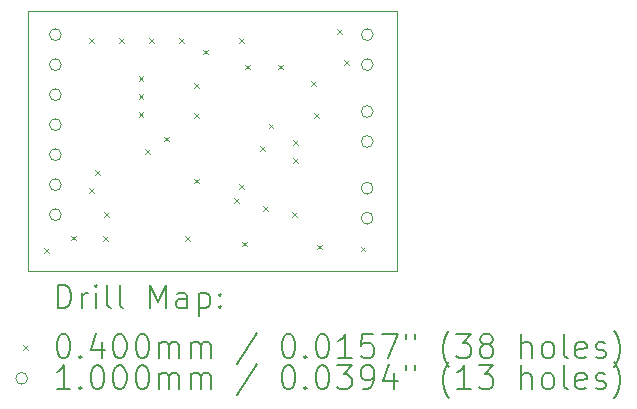
<source format=gbr>
%TF.GenerationSoftware,KiCad,Pcbnew,(6.0.7)*%
%TF.CreationDate,2023-01-30T20:46:30-05:00*%
%TF.ProjectId,SPItoCAN,53504974-6f43-4414-9e2e-6b696361645f,rev?*%
%TF.SameCoordinates,Original*%
%TF.FileFunction,Drillmap*%
%TF.FilePolarity,Positive*%
%FSLAX45Y45*%
G04 Gerber Fmt 4.5, Leading zero omitted, Abs format (unit mm)*
G04 Created by KiCad (PCBNEW (6.0.7)) date 2023-01-30 20:46:30*
%MOMM*%
%LPD*%
G01*
G04 APERTURE LIST*
%ADD10C,0.100000*%
%ADD11C,0.200000*%
%ADD12C,0.040000*%
G04 APERTURE END LIST*
D10*
X1270000Y-1300000D02*
X4394200Y-1300000D01*
X4394200Y-1300000D02*
X4394200Y-3505200D01*
X4394200Y-3505200D02*
X1270000Y-3505200D01*
X1270000Y-3505200D02*
X1270000Y-1300000D01*
D11*
D12*
X1402400Y-3309940D02*
X1442400Y-3349940D01*
X1442400Y-3309940D02*
X1402400Y-3349940D01*
X1631000Y-3205800D02*
X1671000Y-3245800D01*
X1671000Y-3205800D02*
X1631000Y-3245800D01*
X1783400Y-1531940D02*
X1823400Y-1571940D01*
X1823400Y-1531940D02*
X1783400Y-1571940D01*
X1783400Y-2801940D02*
X1823400Y-2841940D01*
X1823400Y-2801940D02*
X1783400Y-2841940D01*
X1835400Y-2647940D02*
X1875400Y-2687940D01*
X1875400Y-2647940D02*
X1835400Y-2687940D01*
X1905400Y-3207940D02*
X1945400Y-3247940D01*
X1945400Y-3207940D02*
X1905400Y-3247940D01*
X1910400Y-3007940D02*
X1950400Y-3047940D01*
X1950400Y-3007940D02*
X1910400Y-3047940D01*
X2037400Y-1531940D02*
X2077400Y-1571940D01*
X2077400Y-1531940D02*
X2037400Y-1571940D01*
X2205400Y-1857940D02*
X2245400Y-1897940D01*
X2245400Y-1857940D02*
X2205400Y-1897940D01*
X2205400Y-2007940D02*
X2245400Y-2047940D01*
X2245400Y-2007940D02*
X2205400Y-2047940D01*
X2205400Y-2157940D02*
X2245400Y-2197940D01*
X2245400Y-2157940D02*
X2205400Y-2197940D01*
X2257727Y-2473327D02*
X2297727Y-2513327D01*
X2297727Y-2473327D02*
X2257727Y-2513327D01*
X2291400Y-1531940D02*
X2331400Y-1571940D01*
X2331400Y-1531940D02*
X2291400Y-1571940D01*
X2418400Y-2367600D02*
X2458400Y-2407600D01*
X2458400Y-2367600D02*
X2418400Y-2407600D01*
X2545400Y-1531940D02*
X2585400Y-1571940D01*
X2585400Y-1531940D02*
X2545400Y-1571940D01*
X2596200Y-3208340D02*
X2636200Y-3248340D01*
X2636200Y-3208340D02*
X2596200Y-3248340D01*
X2672400Y-1912940D02*
X2712400Y-1952940D01*
X2712400Y-1912940D02*
X2672400Y-1952940D01*
X2672400Y-2166940D02*
X2712400Y-2206940D01*
X2712400Y-2166940D02*
X2672400Y-2206940D01*
X2672400Y-2723200D02*
X2712400Y-2763200D01*
X2712400Y-2723200D02*
X2672400Y-2763200D01*
X2748600Y-1631000D02*
X2788600Y-1671000D01*
X2788600Y-1631000D02*
X2748600Y-1671000D01*
X3015400Y-2887940D02*
X3055400Y-2927940D01*
X3055400Y-2887940D02*
X3015400Y-2927940D01*
X3053400Y-1531940D02*
X3093400Y-1571940D01*
X3093400Y-1531940D02*
X3053400Y-1571940D01*
X3055400Y-2767940D02*
X3095400Y-2807940D01*
X3095400Y-2767940D02*
X3055400Y-2807940D01*
X3078800Y-3256600D02*
X3118800Y-3296600D01*
X3118800Y-3256600D02*
X3078800Y-3296600D01*
X3104400Y-1756940D02*
X3144400Y-1796940D01*
X3144400Y-1756940D02*
X3104400Y-1796940D01*
X3235400Y-2447940D02*
X3275400Y-2487940D01*
X3275400Y-2447940D02*
X3235400Y-2487940D01*
X3257300Y-2955040D02*
X3297300Y-2995040D01*
X3297300Y-2955040D02*
X3257300Y-2995040D01*
X3305400Y-2257940D02*
X3345400Y-2297940D01*
X3345400Y-2257940D02*
X3305400Y-2297940D01*
X3383600Y-1758000D02*
X3423600Y-1798000D01*
X3423600Y-1758000D02*
X3383600Y-1798000D01*
X3505400Y-3007940D02*
X3545400Y-3047940D01*
X3545400Y-3007940D02*
X3505400Y-3047940D01*
X3510600Y-2395540D02*
X3550600Y-2435540D01*
X3550600Y-2395540D02*
X3510600Y-2435540D01*
X3510600Y-2547940D02*
X3550600Y-2587940D01*
X3550600Y-2547940D02*
X3510600Y-2587940D01*
X3665400Y-1897940D02*
X3705400Y-1937940D01*
X3705400Y-1897940D02*
X3665400Y-1937940D01*
X3688400Y-2166940D02*
X3728400Y-2206940D01*
X3728400Y-2166940D02*
X3688400Y-2206940D01*
X3713800Y-3282000D02*
X3753800Y-3322000D01*
X3753800Y-3282000D02*
X3713800Y-3322000D01*
X3885400Y-1457940D02*
X3925400Y-1497940D01*
X3925400Y-1457940D02*
X3885400Y-1497940D01*
X3942400Y-1717940D02*
X3982400Y-1757940D01*
X3982400Y-1717940D02*
X3942400Y-1757940D01*
X4085400Y-3297940D02*
X4125400Y-3337940D01*
X4125400Y-3297940D02*
X4085400Y-3337940D01*
D10*
X1550400Y-1503940D02*
G75*
G03*
X1550400Y-1503940I-50000J0D01*
G01*
X1550400Y-1757940D02*
G75*
G03*
X1550400Y-1757940I-50000J0D01*
G01*
X1550400Y-2011940D02*
G75*
G03*
X1550400Y-2011940I-50000J0D01*
G01*
X1550400Y-2265940D02*
G75*
G03*
X1550400Y-2265940I-50000J0D01*
G01*
X1550400Y-2519940D02*
G75*
G03*
X1550400Y-2519940I-50000J0D01*
G01*
X1550400Y-2773940D02*
G75*
G03*
X1550400Y-2773940I-50000J0D01*
G01*
X1550400Y-3027940D02*
G75*
G03*
X1550400Y-3027940I-50000J0D01*
G01*
X4190400Y-1503940D02*
G75*
G03*
X4190400Y-1503940I-50000J0D01*
G01*
X4190400Y-1757940D02*
G75*
G03*
X4190400Y-1757940I-50000J0D01*
G01*
X4190400Y-2153940D02*
G75*
G03*
X4190400Y-2153940I-50000J0D01*
G01*
X4190400Y-2407940D02*
G75*
G03*
X4190400Y-2407940I-50000J0D01*
G01*
X4190400Y-2803940D02*
G75*
G03*
X4190400Y-2803940I-50000J0D01*
G01*
X4190400Y-3057940D02*
G75*
G03*
X4190400Y-3057940I-50000J0D01*
G01*
D11*
X1522619Y-3820676D02*
X1522619Y-3620676D01*
X1570238Y-3620676D01*
X1598809Y-3630200D01*
X1617857Y-3649248D01*
X1627381Y-3668295D01*
X1636905Y-3706390D01*
X1636905Y-3734962D01*
X1627381Y-3773057D01*
X1617857Y-3792105D01*
X1598809Y-3811152D01*
X1570238Y-3820676D01*
X1522619Y-3820676D01*
X1722619Y-3820676D02*
X1722619Y-3687343D01*
X1722619Y-3725438D02*
X1732143Y-3706390D01*
X1741667Y-3696867D01*
X1760714Y-3687343D01*
X1779762Y-3687343D01*
X1846428Y-3820676D02*
X1846428Y-3687343D01*
X1846428Y-3620676D02*
X1836905Y-3630200D01*
X1846428Y-3639724D01*
X1855952Y-3630200D01*
X1846428Y-3620676D01*
X1846428Y-3639724D01*
X1970238Y-3820676D02*
X1951190Y-3811152D01*
X1941667Y-3792105D01*
X1941667Y-3620676D01*
X2075000Y-3820676D02*
X2055952Y-3811152D01*
X2046428Y-3792105D01*
X2046428Y-3620676D01*
X2303571Y-3820676D02*
X2303571Y-3620676D01*
X2370238Y-3763533D01*
X2436905Y-3620676D01*
X2436905Y-3820676D01*
X2617857Y-3820676D02*
X2617857Y-3715914D01*
X2608333Y-3696867D01*
X2589286Y-3687343D01*
X2551190Y-3687343D01*
X2532143Y-3696867D01*
X2617857Y-3811152D02*
X2598810Y-3820676D01*
X2551190Y-3820676D01*
X2532143Y-3811152D01*
X2522619Y-3792105D01*
X2522619Y-3773057D01*
X2532143Y-3754009D01*
X2551190Y-3744486D01*
X2598810Y-3744486D01*
X2617857Y-3734962D01*
X2713095Y-3687343D02*
X2713095Y-3887343D01*
X2713095Y-3696867D02*
X2732143Y-3687343D01*
X2770238Y-3687343D01*
X2789286Y-3696867D01*
X2798809Y-3706390D01*
X2808333Y-3725438D01*
X2808333Y-3782581D01*
X2798809Y-3801628D01*
X2789286Y-3811152D01*
X2770238Y-3820676D01*
X2732143Y-3820676D01*
X2713095Y-3811152D01*
X2894048Y-3801628D02*
X2903571Y-3811152D01*
X2894048Y-3820676D01*
X2884524Y-3811152D01*
X2894048Y-3801628D01*
X2894048Y-3820676D01*
X2894048Y-3696867D02*
X2903571Y-3706390D01*
X2894048Y-3715914D01*
X2884524Y-3706390D01*
X2894048Y-3696867D01*
X2894048Y-3715914D01*
D12*
X1225000Y-4130200D02*
X1265000Y-4170200D01*
X1265000Y-4130200D02*
X1225000Y-4170200D01*
D11*
X1560714Y-4040676D02*
X1579762Y-4040676D01*
X1598809Y-4050200D01*
X1608333Y-4059724D01*
X1617857Y-4078771D01*
X1627381Y-4116867D01*
X1627381Y-4164486D01*
X1617857Y-4202581D01*
X1608333Y-4221629D01*
X1598809Y-4231152D01*
X1579762Y-4240676D01*
X1560714Y-4240676D01*
X1541667Y-4231152D01*
X1532143Y-4221629D01*
X1522619Y-4202581D01*
X1513095Y-4164486D01*
X1513095Y-4116867D01*
X1522619Y-4078771D01*
X1532143Y-4059724D01*
X1541667Y-4050200D01*
X1560714Y-4040676D01*
X1713095Y-4221629D02*
X1722619Y-4231152D01*
X1713095Y-4240676D01*
X1703571Y-4231152D01*
X1713095Y-4221629D01*
X1713095Y-4240676D01*
X1894048Y-4107343D02*
X1894048Y-4240676D01*
X1846428Y-4031152D02*
X1798809Y-4174009D01*
X1922619Y-4174009D01*
X2036905Y-4040676D02*
X2055952Y-4040676D01*
X2075000Y-4050200D01*
X2084524Y-4059724D01*
X2094048Y-4078771D01*
X2103571Y-4116867D01*
X2103571Y-4164486D01*
X2094048Y-4202581D01*
X2084524Y-4221629D01*
X2075000Y-4231152D01*
X2055952Y-4240676D01*
X2036905Y-4240676D01*
X2017857Y-4231152D01*
X2008333Y-4221629D01*
X1998809Y-4202581D01*
X1989286Y-4164486D01*
X1989286Y-4116867D01*
X1998809Y-4078771D01*
X2008333Y-4059724D01*
X2017857Y-4050200D01*
X2036905Y-4040676D01*
X2227381Y-4040676D02*
X2246429Y-4040676D01*
X2265476Y-4050200D01*
X2275000Y-4059724D01*
X2284524Y-4078771D01*
X2294048Y-4116867D01*
X2294048Y-4164486D01*
X2284524Y-4202581D01*
X2275000Y-4221629D01*
X2265476Y-4231152D01*
X2246429Y-4240676D01*
X2227381Y-4240676D01*
X2208333Y-4231152D01*
X2198810Y-4221629D01*
X2189286Y-4202581D01*
X2179762Y-4164486D01*
X2179762Y-4116867D01*
X2189286Y-4078771D01*
X2198810Y-4059724D01*
X2208333Y-4050200D01*
X2227381Y-4040676D01*
X2379762Y-4240676D02*
X2379762Y-4107343D01*
X2379762Y-4126390D02*
X2389286Y-4116867D01*
X2408333Y-4107343D01*
X2436905Y-4107343D01*
X2455952Y-4116867D01*
X2465476Y-4135914D01*
X2465476Y-4240676D01*
X2465476Y-4135914D02*
X2475000Y-4116867D01*
X2494048Y-4107343D01*
X2522619Y-4107343D01*
X2541667Y-4116867D01*
X2551190Y-4135914D01*
X2551190Y-4240676D01*
X2646429Y-4240676D02*
X2646429Y-4107343D01*
X2646429Y-4126390D02*
X2655952Y-4116867D01*
X2675000Y-4107343D01*
X2703571Y-4107343D01*
X2722619Y-4116867D01*
X2732143Y-4135914D01*
X2732143Y-4240676D01*
X2732143Y-4135914D02*
X2741667Y-4116867D01*
X2760714Y-4107343D01*
X2789286Y-4107343D01*
X2808333Y-4116867D01*
X2817857Y-4135914D01*
X2817857Y-4240676D01*
X3208333Y-4031152D02*
X3036905Y-4288295D01*
X3465476Y-4040676D02*
X3484524Y-4040676D01*
X3503571Y-4050200D01*
X3513095Y-4059724D01*
X3522619Y-4078771D01*
X3532143Y-4116867D01*
X3532143Y-4164486D01*
X3522619Y-4202581D01*
X3513095Y-4221629D01*
X3503571Y-4231152D01*
X3484524Y-4240676D01*
X3465476Y-4240676D01*
X3446428Y-4231152D01*
X3436905Y-4221629D01*
X3427381Y-4202581D01*
X3417857Y-4164486D01*
X3417857Y-4116867D01*
X3427381Y-4078771D01*
X3436905Y-4059724D01*
X3446428Y-4050200D01*
X3465476Y-4040676D01*
X3617857Y-4221629D02*
X3627381Y-4231152D01*
X3617857Y-4240676D01*
X3608333Y-4231152D01*
X3617857Y-4221629D01*
X3617857Y-4240676D01*
X3751190Y-4040676D02*
X3770238Y-4040676D01*
X3789286Y-4050200D01*
X3798809Y-4059724D01*
X3808333Y-4078771D01*
X3817857Y-4116867D01*
X3817857Y-4164486D01*
X3808333Y-4202581D01*
X3798809Y-4221629D01*
X3789286Y-4231152D01*
X3770238Y-4240676D01*
X3751190Y-4240676D01*
X3732143Y-4231152D01*
X3722619Y-4221629D01*
X3713095Y-4202581D01*
X3703571Y-4164486D01*
X3703571Y-4116867D01*
X3713095Y-4078771D01*
X3722619Y-4059724D01*
X3732143Y-4050200D01*
X3751190Y-4040676D01*
X4008333Y-4240676D02*
X3894048Y-4240676D01*
X3951190Y-4240676D02*
X3951190Y-4040676D01*
X3932143Y-4069248D01*
X3913095Y-4088295D01*
X3894048Y-4097819D01*
X4189286Y-4040676D02*
X4094048Y-4040676D01*
X4084524Y-4135914D01*
X4094048Y-4126390D01*
X4113095Y-4116867D01*
X4160714Y-4116867D01*
X4179762Y-4126390D01*
X4189286Y-4135914D01*
X4198810Y-4154962D01*
X4198810Y-4202581D01*
X4189286Y-4221629D01*
X4179762Y-4231152D01*
X4160714Y-4240676D01*
X4113095Y-4240676D01*
X4094048Y-4231152D01*
X4084524Y-4221629D01*
X4265476Y-4040676D02*
X4398810Y-4040676D01*
X4313095Y-4240676D01*
X4465476Y-4040676D02*
X4465476Y-4078771D01*
X4541667Y-4040676D02*
X4541667Y-4078771D01*
X4836905Y-4316867D02*
X4827381Y-4307343D01*
X4808333Y-4278771D01*
X4798810Y-4259724D01*
X4789286Y-4231152D01*
X4779762Y-4183533D01*
X4779762Y-4145438D01*
X4789286Y-4097819D01*
X4798810Y-4069248D01*
X4808333Y-4050200D01*
X4827381Y-4021628D01*
X4836905Y-4012105D01*
X4894048Y-4040676D02*
X5017857Y-4040676D01*
X4951190Y-4116867D01*
X4979762Y-4116867D01*
X4998810Y-4126390D01*
X5008333Y-4135914D01*
X5017857Y-4154962D01*
X5017857Y-4202581D01*
X5008333Y-4221629D01*
X4998810Y-4231152D01*
X4979762Y-4240676D01*
X4922619Y-4240676D01*
X4903571Y-4231152D01*
X4894048Y-4221629D01*
X5132143Y-4126390D02*
X5113095Y-4116867D01*
X5103571Y-4107343D01*
X5094048Y-4088295D01*
X5094048Y-4078771D01*
X5103571Y-4059724D01*
X5113095Y-4050200D01*
X5132143Y-4040676D01*
X5170238Y-4040676D01*
X5189286Y-4050200D01*
X5198810Y-4059724D01*
X5208333Y-4078771D01*
X5208333Y-4088295D01*
X5198810Y-4107343D01*
X5189286Y-4116867D01*
X5170238Y-4126390D01*
X5132143Y-4126390D01*
X5113095Y-4135914D01*
X5103571Y-4145438D01*
X5094048Y-4164486D01*
X5094048Y-4202581D01*
X5103571Y-4221629D01*
X5113095Y-4231152D01*
X5132143Y-4240676D01*
X5170238Y-4240676D01*
X5189286Y-4231152D01*
X5198810Y-4221629D01*
X5208333Y-4202581D01*
X5208333Y-4164486D01*
X5198810Y-4145438D01*
X5189286Y-4135914D01*
X5170238Y-4126390D01*
X5446429Y-4240676D02*
X5446429Y-4040676D01*
X5532143Y-4240676D02*
X5532143Y-4135914D01*
X5522619Y-4116867D01*
X5503571Y-4107343D01*
X5475000Y-4107343D01*
X5455952Y-4116867D01*
X5446429Y-4126390D01*
X5655952Y-4240676D02*
X5636905Y-4231152D01*
X5627381Y-4221629D01*
X5617857Y-4202581D01*
X5617857Y-4145438D01*
X5627381Y-4126390D01*
X5636905Y-4116867D01*
X5655952Y-4107343D01*
X5684524Y-4107343D01*
X5703571Y-4116867D01*
X5713095Y-4126390D01*
X5722619Y-4145438D01*
X5722619Y-4202581D01*
X5713095Y-4221629D01*
X5703571Y-4231152D01*
X5684524Y-4240676D01*
X5655952Y-4240676D01*
X5836905Y-4240676D02*
X5817857Y-4231152D01*
X5808333Y-4212105D01*
X5808333Y-4040676D01*
X5989286Y-4231152D02*
X5970238Y-4240676D01*
X5932143Y-4240676D01*
X5913095Y-4231152D01*
X5903571Y-4212105D01*
X5903571Y-4135914D01*
X5913095Y-4116867D01*
X5932143Y-4107343D01*
X5970238Y-4107343D01*
X5989286Y-4116867D01*
X5998809Y-4135914D01*
X5998809Y-4154962D01*
X5903571Y-4174009D01*
X6075000Y-4231152D02*
X6094048Y-4240676D01*
X6132143Y-4240676D01*
X6151190Y-4231152D01*
X6160714Y-4212105D01*
X6160714Y-4202581D01*
X6151190Y-4183533D01*
X6132143Y-4174009D01*
X6103571Y-4174009D01*
X6084524Y-4164486D01*
X6075000Y-4145438D01*
X6075000Y-4135914D01*
X6084524Y-4116867D01*
X6103571Y-4107343D01*
X6132143Y-4107343D01*
X6151190Y-4116867D01*
X6227381Y-4316867D02*
X6236905Y-4307343D01*
X6255952Y-4278771D01*
X6265476Y-4259724D01*
X6275000Y-4231152D01*
X6284524Y-4183533D01*
X6284524Y-4145438D01*
X6275000Y-4097819D01*
X6265476Y-4069248D01*
X6255952Y-4050200D01*
X6236905Y-4021628D01*
X6227381Y-4012105D01*
D10*
X1265000Y-4414200D02*
G75*
G03*
X1265000Y-4414200I-50000J0D01*
G01*
D11*
X1627381Y-4504676D02*
X1513095Y-4504676D01*
X1570238Y-4504676D02*
X1570238Y-4304676D01*
X1551190Y-4333248D01*
X1532143Y-4352295D01*
X1513095Y-4361819D01*
X1713095Y-4485629D02*
X1722619Y-4495152D01*
X1713095Y-4504676D01*
X1703571Y-4495152D01*
X1713095Y-4485629D01*
X1713095Y-4504676D01*
X1846428Y-4304676D02*
X1865476Y-4304676D01*
X1884524Y-4314200D01*
X1894048Y-4323724D01*
X1903571Y-4342771D01*
X1913095Y-4380867D01*
X1913095Y-4428486D01*
X1903571Y-4466581D01*
X1894048Y-4485629D01*
X1884524Y-4495152D01*
X1865476Y-4504676D01*
X1846428Y-4504676D01*
X1827381Y-4495152D01*
X1817857Y-4485629D01*
X1808333Y-4466581D01*
X1798809Y-4428486D01*
X1798809Y-4380867D01*
X1808333Y-4342771D01*
X1817857Y-4323724D01*
X1827381Y-4314200D01*
X1846428Y-4304676D01*
X2036905Y-4304676D02*
X2055952Y-4304676D01*
X2075000Y-4314200D01*
X2084524Y-4323724D01*
X2094048Y-4342771D01*
X2103571Y-4380867D01*
X2103571Y-4428486D01*
X2094048Y-4466581D01*
X2084524Y-4485629D01*
X2075000Y-4495152D01*
X2055952Y-4504676D01*
X2036905Y-4504676D01*
X2017857Y-4495152D01*
X2008333Y-4485629D01*
X1998809Y-4466581D01*
X1989286Y-4428486D01*
X1989286Y-4380867D01*
X1998809Y-4342771D01*
X2008333Y-4323724D01*
X2017857Y-4314200D01*
X2036905Y-4304676D01*
X2227381Y-4304676D02*
X2246429Y-4304676D01*
X2265476Y-4314200D01*
X2275000Y-4323724D01*
X2284524Y-4342771D01*
X2294048Y-4380867D01*
X2294048Y-4428486D01*
X2284524Y-4466581D01*
X2275000Y-4485629D01*
X2265476Y-4495152D01*
X2246429Y-4504676D01*
X2227381Y-4504676D01*
X2208333Y-4495152D01*
X2198810Y-4485629D01*
X2189286Y-4466581D01*
X2179762Y-4428486D01*
X2179762Y-4380867D01*
X2189286Y-4342771D01*
X2198810Y-4323724D01*
X2208333Y-4314200D01*
X2227381Y-4304676D01*
X2379762Y-4504676D02*
X2379762Y-4371343D01*
X2379762Y-4390390D02*
X2389286Y-4380867D01*
X2408333Y-4371343D01*
X2436905Y-4371343D01*
X2455952Y-4380867D01*
X2465476Y-4399914D01*
X2465476Y-4504676D01*
X2465476Y-4399914D02*
X2475000Y-4380867D01*
X2494048Y-4371343D01*
X2522619Y-4371343D01*
X2541667Y-4380867D01*
X2551190Y-4399914D01*
X2551190Y-4504676D01*
X2646429Y-4504676D02*
X2646429Y-4371343D01*
X2646429Y-4390390D02*
X2655952Y-4380867D01*
X2675000Y-4371343D01*
X2703571Y-4371343D01*
X2722619Y-4380867D01*
X2732143Y-4399914D01*
X2732143Y-4504676D01*
X2732143Y-4399914D02*
X2741667Y-4380867D01*
X2760714Y-4371343D01*
X2789286Y-4371343D01*
X2808333Y-4380867D01*
X2817857Y-4399914D01*
X2817857Y-4504676D01*
X3208333Y-4295152D02*
X3036905Y-4552295D01*
X3465476Y-4304676D02*
X3484524Y-4304676D01*
X3503571Y-4314200D01*
X3513095Y-4323724D01*
X3522619Y-4342771D01*
X3532143Y-4380867D01*
X3532143Y-4428486D01*
X3522619Y-4466581D01*
X3513095Y-4485629D01*
X3503571Y-4495152D01*
X3484524Y-4504676D01*
X3465476Y-4504676D01*
X3446428Y-4495152D01*
X3436905Y-4485629D01*
X3427381Y-4466581D01*
X3417857Y-4428486D01*
X3417857Y-4380867D01*
X3427381Y-4342771D01*
X3436905Y-4323724D01*
X3446428Y-4314200D01*
X3465476Y-4304676D01*
X3617857Y-4485629D02*
X3627381Y-4495152D01*
X3617857Y-4504676D01*
X3608333Y-4495152D01*
X3617857Y-4485629D01*
X3617857Y-4504676D01*
X3751190Y-4304676D02*
X3770238Y-4304676D01*
X3789286Y-4314200D01*
X3798809Y-4323724D01*
X3808333Y-4342771D01*
X3817857Y-4380867D01*
X3817857Y-4428486D01*
X3808333Y-4466581D01*
X3798809Y-4485629D01*
X3789286Y-4495152D01*
X3770238Y-4504676D01*
X3751190Y-4504676D01*
X3732143Y-4495152D01*
X3722619Y-4485629D01*
X3713095Y-4466581D01*
X3703571Y-4428486D01*
X3703571Y-4380867D01*
X3713095Y-4342771D01*
X3722619Y-4323724D01*
X3732143Y-4314200D01*
X3751190Y-4304676D01*
X3884524Y-4304676D02*
X4008333Y-4304676D01*
X3941667Y-4380867D01*
X3970238Y-4380867D01*
X3989286Y-4390390D01*
X3998809Y-4399914D01*
X4008333Y-4418962D01*
X4008333Y-4466581D01*
X3998809Y-4485629D01*
X3989286Y-4495152D01*
X3970238Y-4504676D01*
X3913095Y-4504676D01*
X3894048Y-4495152D01*
X3884524Y-4485629D01*
X4103571Y-4504676D02*
X4141667Y-4504676D01*
X4160714Y-4495152D01*
X4170238Y-4485629D01*
X4189286Y-4457057D01*
X4198810Y-4418962D01*
X4198810Y-4342771D01*
X4189286Y-4323724D01*
X4179762Y-4314200D01*
X4160714Y-4304676D01*
X4122619Y-4304676D01*
X4103571Y-4314200D01*
X4094048Y-4323724D01*
X4084524Y-4342771D01*
X4084524Y-4390390D01*
X4094048Y-4409438D01*
X4103571Y-4418962D01*
X4122619Y-4428486D01*
X4160714Y-4428486D01*
X4179762Y-4418962D01*
X4189286Y-4409438D01*
X4198810Y-4390390D01*
X4370238Y-4371343D02*
X4370238Y-4504676D01*
X4322619Y-4295152D02*
X4275000Y-4438010D01*
X4398810Y-4438010D01*
X4465476Y-4304676D02*
X4465476Y-4342771D01*
X4541667Y-4304676D02*
X4541667Y-4342771D01*
X4836905Y-4580867D02*
X4827381Y-4571343D01*
X4808333Y-4542771D01*
X4798810Y-4523724D01*
X4789286Y-4495152D01*
X4779762Y-4447533D01*
X4779762Y-4409438D01*
X4789286Y-4361819D01*
X4798810Y-4333248D01*
X4808333Y-4314200D01*
X4827381Y-4285629D01*
X4836905Y-4276105D01*
X5017857Y-4504676D02*
X4903571Y-4504676D01*
X4960714Y-4504676D02*
X4960714Y-4304676D01*
X4941667Y-4333248D01*
X4922619Y-4352295D01*
X4903571Y-4361819D01*
X5084524Y-4304676D02*
X5208333Y-4304676D01*
X5141667Y-4380867D01*
X5170238Y-4380867D01*
X5189286Y-4390390D01*
X5198810Y-4399914D01*
X5208333Y-4418962D01*
X5208333Y-4466581D01*
X5198810Y-4485629D01*
X5189286Y-4495152D01*
X5170238Y-4504676D01*
X5113095Y-4504676D01*
X5094048Y-4495152D01*
X5084524Y-4485629D01*
X5446429Y-4504676D02*
X5446429Y-4304676D01*
X5532143Y-4504676D02*
X5532143Y-4399914D01*
X5522619Y-4380867D01*
X5503571Y-4371343D01*
X5475000Y-4371343D01*
X5455952Y-4380867D01*
X5446429Y-4390390D01*
X5655952Y-4504676D02*
X5636905Y-4495152D01*
X5627381Y-4485629D01*
X5617857Y-4466581D01*
X5617857Y-4409438D01*
X5627381Y-4390390D01*
X5636905Y-4380867D01*
X5655952Y-4371343D01*
X5684524Y-4371343D01*
X5703571Y-4380867D01*
X5713095Y-4390390D01*
X5722619Y-4409438D01*
X5722619Y-4466581D01*
X5713095Y-4485629D01*
X5703571Y-4495152D01*
X5684524Y-4504676D01*
X5655952Y-4504676D01*
X5836905Y-4504676D02*
X5817857Y-4495152D01*
X5808333Y-4476105D01*
X5808333Y-4304676D01*
X5989286Y-4495152D02*
X5970238Y-4504676D01*
X5932143Y-4504676D01*
X5913095Y-4495152D01*
X5903571Y-4476105D01*
X5903571Y-4399914D01*
X5913095Y-4380867D01*
X5932143Y-4371343D01*
X5970238Y-4371343D01*
X5989286Y-4380867D01*
X5998809Y-4399914D01*
X5998809Y-4418962D01*
X5903571Y-4438010D01*
X6075000Y-4495152D02*
X6094048Y-4504676D01*
X6132143Y-4504676D01*
X6151190Y-4495152D01*
X6160714Y-4476105D01*
X6160714Y-4466581D01*
X6151190Y-4447533D01*
X6132143Y-4438010D01*
X6103571Y-4438010D01*
X6084524Y-4428486D01*
X6075000Y-4409438D01*
X6075000Y-4399914D01*
X6084524Y-4380867D01*
X6103571Y-4371343D01*
X6132143Y-4371343D01*
X6151190Y-4380867D01*
X6227381Y-4580867D02*
X6236905Y-4571343D01*
X6255952Y-4542771D01*
X6265476Y-4523724D01*
X6275000Y-4495152D01*
X6284524Y-4447533D01*
X6284524Y-4409438D01*
X6275000Y-4361819D01*
X6265476Y-4333248D01*
X6255952Y-4314200D01*
X6236905Y-4285629D01*
X6227381Y-4276105D01*
M02*

</source>
